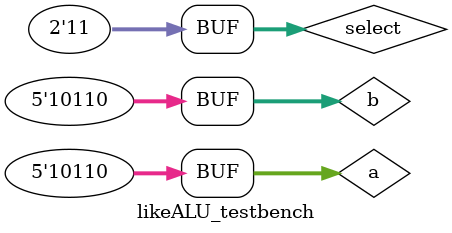
<source format=v>
`define DELAY 20
module likeALU_testbench(); 
reg [4:0]a,b; 
reg [1:0]select;
wire [4:0]sum; 

likeALU x(sum,a,b,select);

initial begin
select[0] = 1'b0; select[1] = 1'b0; a[0]= 1'b1; a[1]= 1'b1; a[2]= 1'b1; a[3]= 1'b1; a[4]= 1'b1;
												b[0]= 1'b1; b[1]= 1'b0; b[2]= 1'b0; b[3]= 1'b0; b[4]= 1'b1;
#`DELAY;
select[0] = 1'b1; select[1] = 1'b0; a[0]= 1'b1; a[1]= 1'b1; a[2]= 1'b0; a[3]= 1'b0; a[4]= 1'b0;
												b[0]= 1'b1; b[1]= 1'b0; b[2]= 1'b0; b[3]= 1'b0; b[4]= 1'b0;
#`DELAY;
select[0] = 1'b0; select[1] = 1'b1; a[0]= 1'b1; a[1]= 1'b0; a[2]= 1'b1; a[3]= 1'b0; a[4]= 1'b1;
												b[0]= 1'b0; b[1]= 1'b1; b[2]= 1'b0; b[3]= 1'b1; b[4]= 1'b0;
#`DELAY;
select[0] = 1'b1; select[1] = 1'b1; a[0]= 1'b0; a[1]= 1'b1; a[2]= 1'b1; a[3]= 1'b0; a[4]= 1'b1;
												b[0]= 1'b0; b[1]= 1'b1; b[2]= 1'b1; b[3]= 1'b0; b[4]= 1'b1;
#`DELAY;
end
 
 
initial
begin
$monitor("time = %2d, select=%b,  a=%b, b=%b, sum=%b", $time, select,a,b,sum);
end
 
endmodule
</source>
